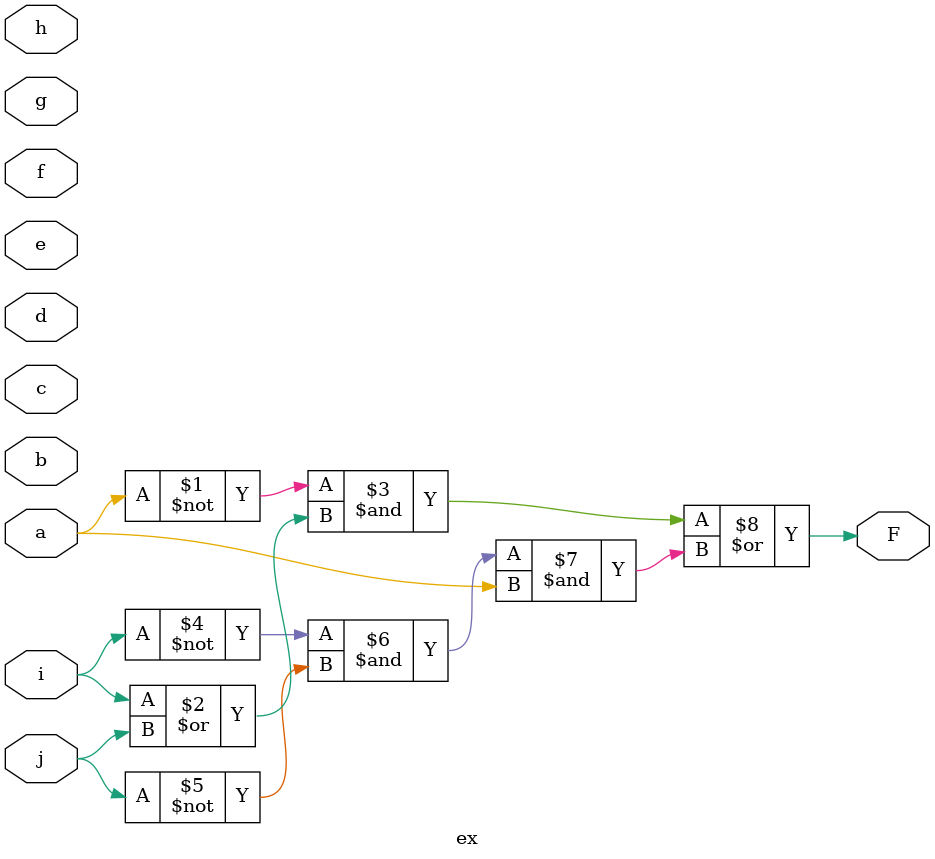
<source format=v>

module ex ( 
    a, b, c, d, e, f, g, h, i, j,
    F  );
  input  a, b, c, d, e, f, g, h, i, j;
  output F;
  assign F = (~a & (i | j)) | (~i & ~j & a);
endmodule



</source>
